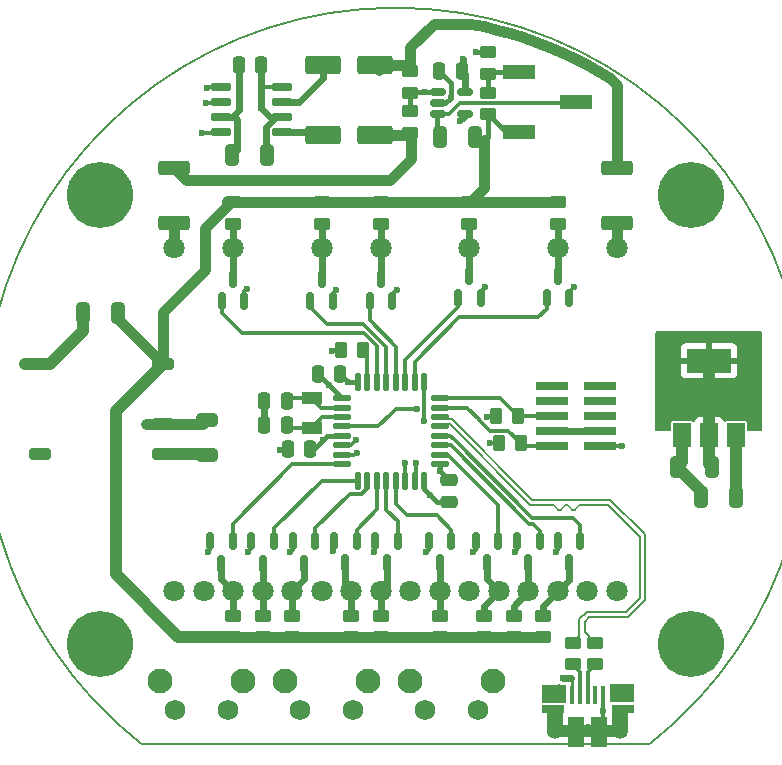
<source format=gtl>
G04 #@! TF.GenerationSoftware,KiCad,Pcbnew,7.0.7-7.0.7~ubuntu22.04.1*
G04 #@! TF.CreationDate,2023-10-29T13:36:20+01:00*
G04 #@! TF.ProjectId,vfd1,76666431-2e6b-4696-9361-645f70636258,rev?*
G04 #@! TF.SameCoordinates,Original*
G04 #@! TF.FileFunction,Copper,L1,Top*
G04 #@! TF.FilePolarity,Positive*
%FSLAX46Y46*%
G04 Gerber Fmt 4.6, Leading zero omitted, Abs format (unit mm)*
G04 Created by KiCad (PCBNEW 7.0.7-7.0.7~ubuntu22.04.1) date 2023-10-29 13:36:20*
%MOMM*%
%LPD*%
G01*
G04 APERTURE LIST*
G04 Aperture macros list*
%AMRoundRect*
0 Rectangle with rounded corners*
0 $1 Rounding radius*
0 $2 $3 $4 $5 $6 $7 $8 $9 X,Y pos of 4 corners*
0 Add a 4 corners polygon primitive as box body*
4,1,4,$2,$3,$4,$5,$6,$7,$8,$9,$2,$3,0*
0 Add four circle primitives for the rounded corners*
1,1,$1+$1,$2,$3*
1,1,$1+$1,$4,$5*
1,1,$1+$1,$6,$7*
1,1,$1+$1,$8,$9*
0 Add four rect primitives between the rounded corners*
20,1,$1+$1,$2,$3,$4,$5,0*
20,1,$1+$1,$4,$5,$6,$7,0*
20,1,$1+$1,$6,$7,$8,$9,0*
20,1,$1+$1,$8,$9,$2,$3,0*%
G04 Aperture macros list end*
G04 #@! TA.AperFunction,SMDPad,CuDef*
%ADD10RoundRect,0.250000X0.250000X0.475000X-0.250000X0.475000X-0.250000X-0.475000X0.250000X-0.475000X0*%
G04 #@! TD*
G04 #@! TA.AperFunction,SMDPad,CuDef*
%ADD11RoundRect,0.250000X-0.450000X0.262500X-0.450000X-0.262500X0.450000X-0.262500X0.450000X0.262500X0*%
G04 #@! TD*
G04 #@! TA.AperFunction,SMDPad,CuDef*
%ADD12RoundRect,0.250000X0.450000X-0.262500X0.450000X0.262500X-0.450000X0.262500X-0.450000X-0.262500X0*%
G04 #@! TD*
G04 #@! TA.AperFunction,SMDPad,CuDef*
%ADD13RoundRect,0.250000X-1.250000X-0.550000X1.250000X-0.550000X1.250000X0.550000X-1.250000X0.550000X0*%
G04 #@! TD*
G04 #@! TA.AperFunction,SMDPad,CuDef*
%ADD14R,2.760000X0.650000*%
G04 #@! TD*
G04 #@! TA.AperFunction,ComponentPad*
%ADD15C,2.100000*%
G04 #@! TD*
G04 #@! TA.AperFunction,ComponentPad*
%ADD16C,1.750000*%
G04 #@! TD*
G04 #@! TA.AperFunction,SMDPad,CuDef*
%ADD17RoundRect,0.150000X-0.150000X0.587500X-0.150000X-0.587500X0.150000X-0.587500X0.150000X0.587500X0*%
G04 #@! TD*
G04 #@! TA.AperFunction,SMDPad,CuDef*
%ADD18RoundRect,0.150000X0.150000X-0.587500X0.150000X0.587500X-0.150000X0.587500X-0.150000X-0.587500X0*%
G04 #@! TD*
G04 #@! TA.AperFunction,SMDPad,CuDef*
%ADD19R,1.800000X1.000000*%
G04 #@! TD*
G04 #@! TA.AperFunction,SMDPad,CuDef*
%ADD20RoundRect,0.250000X-0.325000X-0.650000X0.325000X-0.650000X0.325000X0.650000X-0.325000X0.650000X0*%
G04 #@! TD*
G04 #@! TA.AperFunction,ComponentPad*
%ADD21C,5.600000*%
G04 #@! TD*
G04 #@! TA.AperFunction,SMDPad,CuDef*
%ADD22RoundRect,0.250000X-0.250000X-0.475000X0.250000X-0.475000X0.250000X0.475000X-0.250000X0.475000X0*%
G04 #@! TD*
G04 #@! TA.AperFunction,SMDPad,CuDef*
%ADD23RoundRect,0.150000X-0.512500X-0.150000X0.512500X-0.150000X0.512500X0.150000X-0.512500X0.150000X0*%
G04 #@! TD*
G04 #@! TA.AperFunction,SMDPad,CuDef*
%ADD24RoundRect,0.250000X-0.675000X0.250000X-0.675000X-0.250000X0.675000X-0.250000X0.675000X0.250000X0*%
G04 #@! TD*
G04 #@! TA.AperFunction,SMDPad,CuDef*
%ADD25R,1.500000X2.000000*%
G04 #@! TD*
G04 #@! TA.AperFunction,SMDPad,CuDef*
%ADD26R,3.800000X2.000000*%
G04 #@! TD*
G04 #@! TA.AperFunction,SMDPad,CuDef*
%ADD27RoundRect,0.150000X-0.725000X-0.150000X0.725000X-0.150000X0.725000X0.150000X-0.725000X0.150000X0*%
G04 #@! TD*
G04 #@! TA.AperFunction,SMDPad,CuDef*
%ADD28RoundRect,0.250000X-1.075000X0.362500X-1.075000X-0.362500X1.075000X-0.362500X1.075000X0.362500X0*%
G04 #@! TD*
G04 #@! TA.AperFunction,SMDPad,CuDef*
%ADD29R,0.400000X1.650000*%
G04 #@! TD*
G04 #@! TA.AperFunction,SMDPad,CuDef*
%ADD30R,1.825000X0.700000*%
G04 #@! TD*
G04 #@! TA.AperFunction,SMDPad,CuDef*
%ADD31R,2.000000X1.500000*%
G04 #@! TD*
G04 #@! TA.AperFunction,SMDPad,CuDef*
%ADD32R,1.350000X2.000000*%
G04 #@! TD*
G04 #@! TA.AperFunction,ComponentPad*
%ADD33O,1.350000X1.700000*%
G04 #@! TD*
G04 #@! TA.AperFunction,ComponentPad*
%ADD34O,1.100000X1.500000*%
G04 #@! TD*
G04 #@! TA.AperFunction,SMDPad,CuDef*
%ADD35R,1.430000X2.500000*%
G04 #@! TD*
G04 #@! TA.AperFunction,SMDPad,CuDef*
%ADD36RoundRect,0.250000X0.262500X0.450000X-0.262500X0.450000X-0.262500X-0.450000X0.262500X-0.450000X0*%
G04 #@! TD*
G04 #@! TA.AperFunction,SMDPad,CuDef*
%ADD37RoundRect,0.250000X-0.475000X0.250000X-0.475000X-0.250000X0.475000X-0.250000X0.475000X0.250000X0*%
G04 #@! TD*
G04 #@! TA.AperFunction,SMDPad,CuDef*
%ADD38RoundRect,0.250000X0.650000X-0.325000X0.650000X0.325000X-0.650000X0.325000X-0.650000X-0.325000X0*%
G04 #@! TD*
G04 #@! TA.AperFunction,SMDPad,CuDef*
%ADD39RoundRect,0.250000X-0.262500X-0.450000X0.262500X-0.450000X0.262500X0.450000X-0.262500X0.450000X0*%
G04 #@! TD*
G04 #@! TA.AperFunction,SMDPad,CuDef*
%ADD40RoundRect,0.250000X0.325000X0.650000X-0.325000X0.650000X-0.325000X-0.650000X0.325000X-0.650000X0*%
G04 #@! TD*
G04 #@! TA.AperFunction,SMDPad,CuDef*
%ADD41RoundRect,0.125000X-0.625000X-0.125000X0.625000X-0.125000X0.625000X0.125000X-0.625000X0.125000X0*%
G04 #@! TD*
G04 #@! TA.AperFunction,SMDPad,CuDef*
%ADD42RoundRect,0.125000X-0.125000X-0.625000X0.125000X-0.625000X0.125000X0.625000X-0.125000X0.625000X0*%
G04 #@! TD*
G04 #@! TA.AperFunction,SMDPad,CuDef*
%ADD43R,2.790000X1.190000*%
G04 #@! TD*
G04 #@! TA.AperFunction,ComponentPad*
%ADD44C,1.800000*%
G04 #@! TD*
G04 #@! TA.AperFunction,ViaPad*
%ADD45C,0.600000*%
G04 #@! TD*
G04 #@! TA.AperFunction,Conductor*
%ADD46C,1.016000*%
G04 #@! TD*
G04 #@! TA.AperFunction,Conductor*
%ADD47C,0.406400*%
G04 #@! TD*
G04 #@! TA.AperFunction,Conductor*
%ADD48C,0.304800*%
G04 #@! TD*
G04 #@! TA.AperFunction,Conductor*
%ADD49C,0.609600*%
G04 #@! TD*
G04 #@! TA.AperFunction,Conductor*
%ADD50C,0.889000*%
G04 #@! TD*
G04 #@! TA.AperFunction,Conductor*
%ADD51C,0.250000*%
G04 #@! TD*
G04 #@! TA.AperFunction,Conductor*
%ADD52C,0.200000*%
G04 #@! TD*
G04 #@! TA.AperFunction,Profile*
%ADD53C,0.150000*%
G04 #@! TD*
G04 APERTURE END LIST*
D10*
X177625000Y-41000000D03*
X175725000Y-41000000D03*
D11*
X204000000Y-89887500D03*
X204000000Y-91712500D03*
D12*
X175250000Y-54412500D03*
X175250000Y-52587500D03*
D13*
X182825000Y-41000000D03*
X187225000Y-41000000D03*
D12*
X190225000Y-43300000D03*
X190225000Y-41475000D03*
D14*
X206312200Y-73228200D03*
X202272200Y-73228200D03*
X206312200Y-71958200D03*
X202272200Y-71958200D03*
X206312200Y-70688200D03*
X202272200Y-70688200D03*
X206312200Y-69418200D03*
X202272200Y-69418200D03*
X206312200Y-68148200D03*
X202272200Y-68148200D03*
D15*
X197250000Y-93110000D03*
X190240000Y-93110000D03*
D16*
X196000000Y-95600000D03*
X191500000Y-95600000D03*
D17*
X193700000Y-81250000D03*
X191800000Y-81250000D03*
X192750000Y-83125000D03*
X204650000Y-81250000D03*
X202750000Y-81250000D03*
X203700000Y-83125000D03*
D18*
X174300000Y-60937500D03*
X176200000Y-60937500D03*
X175250000Y-59062500D03*
D10*
X181800000Y-73500000D03*
X179900000Y-73500000D03*
D19*
X181898000Y-71696000D03*
X181898000Y-69196000D03*
D11*
X201500000Y-87587500D03*
X201500000Y-89412500D03*
D20*
X175150000Y-48600000D03*
X178100000Y-48600000D03*
D21*
X164000000Y-52000000D03*
D17*
X189200000Y-81250000D03*
X187300000Y-81250000D03*
X188250000Y-83125000D03*
D22*
X182438000Y-67144000D03*
X184338000Y-67144000D03*
D21*
X214000000Y-90000000D03*
D23*
X192587500Y-43250000D03*
X192587500Y-44200000D03*
X192587500Y-45150000D03*
X194862500Y-45150000D03*
X194862500Y-43250000D03*
D24*
X169300000Y-73910000D03*
X169300000Y-71370000D03*
X169300000Y-66290000D03*
X158900000Y-66290000D03*
X158900000Y-73910000D03*
D25*
X213246000Y-72308000D03*
X215546000Y-72308000D03*
D26*
X215546000Y-66008000D03*
D25*
X217846000Y-72308000D03*
D12*
X187750000Y-54412500D03*
X187750000Y-52587500D03*
D27*
X174237500Y-42845000D03*
X174237500Y-44115000D03*
X174237500Y-45385000D03*
X174237500Y-46655000D03*
X179387500Y-46655000D03*
X179387500Y-45385000D03*
X179387500Y-44115000D03*
X179387500Y-42845000D03*
D28*
X207750000Y-49687500D03*
X207750000Y-54312500D03*
D11*
X180250000Y-87587500D03*
X180250000Y-89412500D03*
D12*
X190225000Y-46687500D03*
X190225000Y-44862500D03*
D11*
X185250000Y-87587500D03*
X185250000Y-89412500D03*
D15*
X176050000Y-93110000D03*
X169040000Y-93110000D03*
D16*
X174800000Y-95600000D03*
X170300000Y-95600000D03*
D17*
X197700000Y-81250000D03*
X195800000Y-81250000D03*
X196750000Y-83125000D03*
X178700000Y-81312500D03*
X176800000Y-81312500D03*
X177750000Y-83187500D03*
D29*
X203965000Y-94295000D03*
X204615000Y-94295000D03*
X205265000Y-94295000D03*
X205915000Y-94295000D03*
X206565000Y-94295000D03*
D30*
X202315000Y-95495000D03*
D31*
X202415000Y-94195000D03*
D32*
X202535000Y-96245000D03*
D33*
X202535000Y-97175000D03*
D34*
X202845000Y-94175000D03*
D35*
X204305000Y-97445000D03*
X206225000Y-97445000D03*
D34*
X207685000Y-94175000D03*
D33*
X207995000Y-97175000D03*
D32*
X208015000Y-96245000D03*
D31*
X208165000Y-94175000D03*
D30*
X208265000Y-95495000D03*
D36*
X199593200Y-72974200D03*
X197768200Y-72974200D03*
D37*
X193548000Y-76100000D03*
X193548000Y-78000000D03*
D17*
X182200000Y-81312500D03*
X180300000Y-81312500D03*
X181250000Y-83187500D03*
D11*
X199000000Y-87587500D03*
X199000000Y-89412500D03*
D12*
X195250000Y-54412500D03*
X195250000Y-52587500D03*
D38*
X173000000Y-74000000D03*
X173000000Y-71050000D03*
D39*
X184396500Y-65112000D03*
X186221500Y-65112000D03*
D13*
X182825000Y-46900000D03*
X187225000Y-46900000D03*
D11*
X175250000Y-87587500D03*
X175250000Y-89412500D03*
X192750000Y-87587500D03*
X192750000Y-89412500D03*
D22*
X177900000Y-71462000D03*
X179800000Y-71462000D03*
D40*
X165500000Y-62000000D03*
X162550000Y-62000000D03*
D12*
X196800000Y-45125000D03*
X196800000Y-43300000D03*
D10*
X194600000Y-41500000D03*
X192700000Y-41500000D03*
D28*
X170250000Y-49687500D03*
X170250000Y-54312500D03*
D18*
X201800000Y-60687500D03*
X203700000Y-60687500D03*
X202750000Y-58812500D03*
D11*
X205900000Y-89887500D03*
X205900000Y-91712500D03*
X187750000Y-87587500D03*
X187750000Y-89412500D03*
D39*
X197537700Y-70688200D03*
X199362700Y-70688200D03*
D17*
X185700000Y-81250000D03*
X183800000Y-81250000D03*
X184750000Y-83125000D03*
D41*
X184436000Y-69176000D03*
X184436000Y-69976000D03*
X184436000Y-70776000D03*
X184436000Y-71576000D03*
X184436000Y-72376000D03*
X184436000Y-73176000D03*
X184436000Y-73976000D03*
X184436000Y-74776000D03*
D42*
X185811000Y-76151000D03*
X186611000Y-76151000D03*
X187411000Y-76151000D03*
X188211000Y-76151000D03*
X189011000Y-76151000D03*
X189811000Y-76151000D03*
X190611000Y-76151000D03*
X191411000Y-76151000D03*
D41*
X192786000Y-74776000D03*
X192786000Y-73976000D03*
X192786000Y-73176000D03*
X192786000Y-72376000D03*
X192786000Y-71576000D03*
X192786000Y-70776000D03*
X192786000Y-69976000D03*
X192786000Y-69176000D03*
D42*
X191411000Y-67801000D03*
X190611000Y-67801000D03*
X189811000Y-67801000D03*
X189011000Y-67801000D03*
X188211000Y-67801000D03*
X187411000Y-67801000D03*
X186611000Y-67801000D03*
X185811000Y-67801000D03*
D22*
X177900000Y-69430000D03*
X179800000Y-69430000D03*
D17*
X201200000Y-81250000D03*
X199300000Y-81250000D03*
X200250000Y-83125000D03*
D11*
X196500000Y-87587500D03*
X196500000Y-89412500D03*
D12*
X182750000Y-54412500D03*
X182750000Y-52587500D03*
D15*
X186650000Y-93110000D03*
X179640000Y-93110000D03*
D16*
X185400000Y-95600000D03*
X180900000Y-95600000D03*
D21*
X214000000Y-52000000D03*
D17*
X175200000Y-81312500D03*
X173300000Y-81312500D03*
X174250000Y-83187500D03*
D18*
X194300000Y-60687500D03*
X196200000Y-60687500D03*
X195250000Y-58812500D03*
X181800000Y-60937500D03*
X183700000Y-60937500D03*
X182750000Y-59062500D03*
D12*
X196800000Y-41712500D03*
X196800000Y-39887500D03*
D18*
X186800000Y-60937500D03*
X188700000Y-60937500D03*
X187750000Y-59062500D03*
D11*
X177750000Y-87587500D03*
X177750000Y-89412500D03*
D43*
X199485000Y-41560000D03*
X204315000Y-44100000D03*
X199485000Y-46640000D03*
D40*
X217832000Y-77540000D03*
X214882000Y-77540000D03*
X215800000Y-75000000D03*
X212850000Y-75000000D03*
D12*
X202750000Y-54412500D03*
X202750000Y-52587500D03*
D20*
X192750000Y-47100000D03*
X195700000Y-47100000D03*
D21*
X164000000Y-90000000D03*
D44*
X207750000Y-85500000D03*
X205250000Y-85500000D03*
X202750000Y-85500000D03*
X200250000Y-85500000D03*
X197750000Y-85500000D03*
X195250000Y-85500000D03*
X192750000Y-85500000D03*
X190250000Y-85500000D03*
X187750000Y-85500000D03*
X185250000Y-85500000D03*
X182750000Y-85500000D03*
X180250000Y-85500000D03*
X177750000Y-85500000D03*
X175250000Y-85500000D03*
X172750000Y-85500000D03*
X170250000Y-85500000D03*
X170250000Y-56500000D03*
X175250000Y-56500000D03*
X182750000Y-56500000D03*
X187750000Y-56500000D03*
X195250000Y-56500000D03*
X202750000Y-56500000D03*
X207750000Y-56500000D03*
D45*
X214075000Y-76225000D03*
X191900000Y-77400000D03*
X194700000Y-40499992D03*
X170600000Y-73900000D03*
X183597600Y-65146672D03*
X184995000Y-67801000D03*
X206600000Y-95700000D03*
X179200000Y-73600000D03*
X157600000Y-66300000D03*
X205300000Y-97300000D03*
X175725000Y-44428527D03*
X195800000Y-39900000D03*
X204400000Y-71958200D03*
X196717058Y-70738683D03*
X177900000Y-70500000D03*
X213246000Y-73700000D03*
X177625000Y-44600012D03*
X203900000Y-92900000D03*
X173025000Y-42900000D03*
X167899996Y-71400000D03*
X217846000Y-74000000D03*
X203200000Y-92900000D03*
X217846000Y-75900000D03*
X193696800Y-43729143D03*
X196500000Y-47340000D03*
X190800000Y-70100000D03*
X208200000Y-73200000D03*
X215500000Y-70000000D03*
X173100000Y-82200000D03*
X189100000Y-60000000D03*
X217000000Y-68000000D03*
X213000000Y-68000000D03*
X204100000Y-59800000D03*
X214000000Y-68000000D03*
X196600000Y-59800000D03*
X199100000Y-82200000D03*
X183950000Y-60000000D03*
X218000000Y-68000000D03*
X192786000Y-75338000D03*
X202600000Y-82200000D03*
X180100000Y-82200000D03*
X195600000Y-82200000D03*
X213000000Y-70000000D03*
X215500000Y-69000000D03*
X183397000Y-68103000D03*
X182838600Y-72738600D03*
X187200000Y-82200000D03*
X217000000Y-70000000D03*
X176500000Y-82200000D03*
X176400000Y-59900000D03*
X215546000Y-73600000D03*
X213000000Y-69000000D03*
X218000000Y-69000000D03*
X218000000Y-70000000D03*
X217000000Y-69000000D03*
X183700000Y-82100000D03*
X214000000Y-69000000D03*
X214000000Y-70000000D03*
X197000000Y-73000000D03*
X191600000Y-82200000D03*
X215500000Y-68000000D03*
X185688683Y-72688683D03*
X172925000Y-44200000D03*
X172652400Y-46688683D03*
X185700000Y-73800000D03*
X190700000Y-74700000D03*
X191411000Y-71100000D03*
X189788683Y-74688683D03*
X191500000Y-43250000D03*
X194500000Y-45700000D03*
D46*
X214882000Y-77540000D02*
X214882000Y-77032000D01*
D47*
X185811000Y-67801000D02*
X184995000Y-67801000D01*
D46*
X207540000Y-97360000D02*
X206440000Y-97360000D01*
D48*
X206590000Y-95710000D02*
X206590000Y-97210000D01*
D46*
X203000000Y-97300000D02*
X202940000Y-97360000D01*
X213246000Y-72308000D02*
X213246000Y-74604000D01*
X205360000Y-97360000D02*
X205300000Y-97300000D01*
D48*
X184396500Y-65112000D02*
X183632272Y-65112000D01*
D46*
X172900000Y-73900000D02*
X173000000Y-74000000D01*
D49*
X175725000Y-44800000D02*
X175725000Y-44428527D01*
D46*
X207600000Y-97300000D02*
X207540000Y-97360000D01*
X157610000Y-66290000D02*
X157600000Y-66300000D01*
D49*
X194862500Y-41762500D02*
X194600000Y-41500000D01*
D47*
X179900000Y-73500000D02*
X179300000Y-73500000D01*
D46*
X206440000Y-97360000D02*
X205360000Y-97360000D01*
D48*
X206600000Y-95700000D02*
X206590000Y-95710000D01*
D49*
X194600000Y-41500000D02*
X194700000Y-41400000D01*
D47*
X195812500Y-39887500D02*
X195800000Y-39900000D01*
D49*
X175725000Y-41000000D02*
X175725000Y-44428527D01*
D47*
X184995000Y-67801000D02*
X184338000Y-67144000D01*
D49*
X177900000Y-70500000D02*
X177900000Y-71462000D01*
D47*
X179300000Y-73500000D02*
X179200000Y-73600000D01*
D46*
X207660000Y-97360000D02*
X207600000Y-97300000D01*
X169300000Y-73910000D02*
X170590000Y-73910000D01*
D49*
X175617300Y-48132700D02*
X175150000Y-48600000D01*
D48*
X206590000Y-94510000D02*
X206590000Y-95690000D01*
D47*
X196800000Y-39887500D02*
X195812500Y-39887500D01*
D46*
X205300000Y-97300000D02*
X205240000Y-97360000D01*
D47*
X191411000Y-76151000D02*
X191411000Y-76911000D01*
D49*
X175385000Y-45385000D02*
X175617300Y-45617300D01*
D46*
X158900000Y-66290000D02*
X159710000Y-66290000D01*
D49*
X175140000Y-45385000D02*
X175385000Y-45385000D01*
X206312200Y-71958200D02*
X202272200Y-71958200D01*
X194700000Y-41400000D02*
X194700000Y-40499992D01*
D48*
X196767541Y-70688200D02*
X196717058Y-70738683D01*
D46*
X162550000Y-63450000D02*
X162550000Y-62000000D01*
X213246000Y-74604000D02*
X212850000Y-75000000D01*
X214882000Y-77032000D02*
X212850000Y-75000000D01*
X205240000Y-97360000D02*
X204140000Y-97360000D01*
D49*
X175617300Y-45617300D02*
X175617300Y-48132700D01*
D46*
X204140000Y-97360000D02*
X203060000Y-97360000D01*
D48*
X206590000Y-95690000D02*
X206600000Y-95700000D01*
X197537700Y-70688200D02*
X196767541Y-70688200D01*
D47*
X191411000Y-76911000D02*
X192500000Y-78000000D01*
D48*
X206590000Y-97210000D02*
X206440000Y-97360000D01*
D47*
X192500000Y-78000000D02*
X193548000Y-78000000D01*
D49*
X194862500Y-43250000D02*
X194862500Y-41762500D01*
X177900000Y-69430000D02*
X177900000Y-70500000D01*
X175140000Y-45385000D02*
X175725000Y-44800000D01*
X174237500Y-45385000D02*
X175140000Y-45385000D01*
D48*
X183632272Y-65112000D02*
X183597600Y-65146672D01*
D46*
X159710000Y-66290000D02*
X162550000Y-63450000D01*
X158900000Y-66290000D02*
X157610000Y-66290000D01*
X170600000Y-73900000D02*
X172900000Y-73900000D01*
X170590000Y-73910000D02*
X170600000Y-73900000D01*
X203060000Y-97360000D02*
X203000000Y-97300000D01*
D49*
X178409988Y-45385000D02*
X177625000Y-44600012D01*
D48*
X177780000Y-42845000D02*
X177625000Y-43000000D01*
X173080000Y-42845000D02*
X173025000Y-42900000D01*
D49*
X178007700Y-48507700D02*
X178100000Y-48600000D01*
D50*
X169270000Y-71400000D02*
X167899996Y-71400000D01*
D46*
X217846000Y-72308000D02*
X217846000Y-77526000D01*
D50*
X172680000Y-71370000D02*
X173000000Y-71050000D01*
D48*
X179387500Y-42845000D02*
X177780000Y-42845000D01*
D49*
X179387500Y-45385000D02*
X178856473Y-45385000D01*
X177625000Y-43000000D02*
X177625000Y-41000000D01*
X178856473Y-45385000D02*
X178007700Y-46233773D01*
X178007700Y-46233773D02*
X178007700Y-48507700D01*
D50*
X169300000Y-71370000D02*
X169270000Y-71400000D01*
D46*
X217846000Y-77526000D02*
X217832000Y-77540000D01*
D50*
X169300000Y-71370000D02*
X172680000Y-71370000D01*
D49*
X177625000Y-43000000D02*
X177625000Y-44600012D01*
X203900000Y-92900000D02*
X203200000Y-92900000D01*
D51*
X203965000Y-92965000D02*
X203900000Y-92900000D01*
D49*
X179387500Y-45385000D02*
X178409988Y-45385000D01*
D48*
X174237500Y-42845000D02*
X173080000Y-42845000D01*
D51*
X203965000Y-94295000D02*
X203965000Y-92965000D01*
D47*
X195940000Y-47340000D02*
X195700000Y-47100000D01*
D50*
X175250000Y-52587500D02*
X182750000Y-52587500D01*
X177750000Y-89412500D02*
X175250000Y-89412500D01*
X201500000Y-89412500D02*
X199000000Y-89412500D01*
D47*
X198315000Y-46640000D02*
X196800000Y-45125000D01*
D50*
X187750000Y-89412500D02*
X185250000Y-89412500D01*
D47*
X193696800Y-43729143D02*
X193696800Y-42496800D01*
D50*
X185250000Y-89412500D02*
X180250000Y-89412500D01*
X192750000Y-89412500D02*
X187750000Y-89412500D01*
X169300000Y-61900000D02*
X169300000Y-66290000D01*
D47*
X196800000Y-45125000D02*
X196800000Y-47040000D01*
D50*
X195250000Y-52587500D02*
X202750000Y-52587500D01*
D47*
X193225943Y-44200000D02*
X193696800Y-43729143D01*
D50*
X165500000Y-62000000D02*
X165500000Y-62490000D01*
X172900000Y-54784986D02*
X172900000Y-58300000D01*
X199000000Y-89412500D02*
X196500000Y-89412500D01*
X202700000Y-52537500D02*
X202750000Y-52587500D01*
D46*
X165300000Y-70290000D02*
X169300000Y-66290000D01*
X165300000Y-84100000D02*
X165300000Y-70290000D01*
D47*
X196500000Y-47340000D02*
X195940000Y-47340000D01*
D50*
X180250000Y-89412500D02*
X177750000Y-89412500D01*
D46*
X175250000Y-89412500D02*
X170612500Y-89412500D01*
D50*
X187750000Y-52587500D02*
X195250000Y-52587500D01*
D47*
X192587500Y-44200000D02*
X193225943Y-44200000D01*
D50*
X195312500Y-52587500D02*
X196500000Y-51400000D01*
X195250000Y-52587500D02*
X195312500Y-52587500D01*
X175097486Y-52587500D02*
X172900000Y-54784986D01*
X182750000Y-52587500D02*
X187750000Y-52587500D01*
D46*
X170612500Y-89412500D02*
X165300000Y-84100000D01*
D50*
X172900000Y-58300000D02*
X169300000Y-61900000D01*
X165500000Y-62490000D02*
X169300000Y-66290000D01*
D46*
X174812500Y-52587500D02*
X175250000Y-52587500D01*
D47*
X199485000Y-46640000D02*
X198315000Y-46640000D01*
D50*
X202800000Y-52537500D02*
X202750000Y-52587500D01*
D47*
X196800000Y-47040000D02*
X196500000Y-47340000D01*
D50*
X175250000Y-52587500D02*
X175097486Y-52587500D01*
X196500000Y-89412500D02*
X192750000Y-89412500D01*
D47*
X193696800Y-42496800D02*
X192700000Y-41500000D01*
D50*
X196500000Y-51400000D02*
X196500000Y-47340000D01*
D49*
X182750000Y-54412500D02*
X182750000Y-56500000D01*
X182750000Y-59062500D02*
X182750000Y-56500000D01*
X187750000Y-54412500D02*
X187750000Y-56500000D01*
X187750000Y-59062500D02*
X187750000Y-56500000D01*
X195250000Y-58812500D02*
X195250000Y-56500000D01*
X195250000Y-54412500D02*
X195250000Y-56500000D01*
X202750000Y-54412500D02*
X202750000Y-56500000D01*
X202750000Y-58812500D02*
X202750000Y-56500000D01*
X175250000Y-87587500D02*
X175250000Y-85500000D01*
X174250000Y-84500000D02*
X175250000Y-85500000D01*
X174250000Y-83187500D02*
X174250000Y-84500000D01*
X177750000Y-83187500D02*
X177750000Y-85500000D01*
X177750000Y-87587500D02*
X177750000Y-85500000D01*
X181250000Y-83187500D02*
X181250000Y-84500000D01*
X180250000Y-87587500D02*
X180250000Y-85500000D01*
X181250000Y-84500000D02*
X180250000Y-85500000D01*
X185250000Y-87587500D02*
X185250000Y-85500000D01*
X184750000Y-85000000D02*
X185250000Y-85500000D01*
X184750000Y-83125000D02*
X184750000Y-85000000D01*
X192750000Y-83125000D02*
X192750000Y-85500000D01*
X192750000Y-87587500D02*
X192750000Y-85500000D01*
X196750000Y-83125000D02*
X196750000Y-84500000D01*
X196750000Y-84500000D02*
X197750000Y-85500000D01*
X196500000Y-86750000D02*
X197750000Y-85500000D01*
X196500000Y-87587500D02*
X196500000Y-86750000D01*
X199000000Y-86750000D02*
X200250000Y-85500000D01*
X200250000Y-83125000D02*
X200250000Y-85500000D01*
X199000000Y-87587500D02*
X199000000Y-86750000D01*
D48*
X184436000Y-74776000D02*
X180224000Y-74776000D01*
X175200000Y-79800000D02*
X175200000Y-81312500D01*
X180224000Y-74776000D02*
X175200000Y-79800000D01*
X185146600Y-77253400D02*
X182200000Y-80200000D01*
X186611000Y-76776146D02*
X186133746Y-77253400D01*
X186611000Y-76151000D02*
X186611000Y-76776146D01*
X186133746Y-77253400D02*
X185146600Y-77253400D01*
X182200000Y-80200000D02*
X182200000Y-81312500D01*
X189011000Y-78111000D02*
X190000000Y-79100000D01*
X190000000Y-79100000D02*
X192500000Y-79100000D01*
X193700000Y-80300000D02*
X193700000Y-81250000D01*
X189011000Y-76151000D02*
X189011000Y-78111000D01*
X192500000Y-79100000D02*
X193700000Y-80300000D01*
X187411000Y-76151000D02*
X187411000Y-78589000D01*
X187411000Y-78589000D02*
X185700000Y-80300000D01*
X185700000Y-80300000D02*
X185700000Y-81250000D01*
X192786000Y-73976000D02*
X193411146Y-73976000D01*
X197700000Y-78264854D02*
X197700000Y-81250000D01*
X193411146Y-73976000D02*
X197700000Y-78264854D01*
X178700000Y-80200000D02*
X178700000Y-81312500D01*
X182749000Y-76151000D02*
X178700000Y-80200000D01*
X185811000Y-76151000D02*
X182749000Y-76151000D01*
X204000000Y-79300000D02*
X204650000Y-79950000D01*
X193913202Y-72671200D02*
X193913210Y-72671200D01*
X204650000Y-79950000D02*
X204650000Y-81250000D01*
X193913210Y-72671200D02*
X200542010Y-79300000D01*
X193618002Y-72376000D02*
X193913202Y-72671200D01*
X200542010Y-79300000D02*
X204000000Y-79300000D01*
X192786000Y-72376000D02*
X193618002Y-72376000D01*
D49*
X201500000Y-86750000D02*
X202750000Y-85500000D01*
X203700000Y-84550000D02*
X202750000Y-85500000D01*
X201500000Y-87587500D02*
X201500000Y-86750000D01*
X203700000Y-83125000D02*
X203700000Y-84550000D01*
D48*
X188211000Y-76151000D02*
X188211000Y-78611000D01*
X189200000Y-79600000D02*
X189200000Y-81250000D01*
X188211000Y-78611000D02*
X189200000Y-79600000D01*
D49*
X187750000Y-87587500D02*
X187750000Y-85500000D01*
X188250000Y-83125000D02*
X188250000Y-85000000D01*
X188250000Y-85000000D02*
X187750000Y-85500000D01*
D48*
X201100000Y-62300000D02*
X201800000Y-61600000D01*
X190611000Y-67801000D02*
X190611000Y-66089000D01*
X201800000Y-61600000D02*
X201800000Y-60687500D01*
X194400000Y-62300000D02*
X201100000Y-62300000D01*
X190611000Y-66089000D02*
X194400000Y-62300000D01*
X189811000Y-67801000D02*
X189811000Y-65989000D01*
X194300000Y-61500000D02*
X194300000Y-60687500D01*
X189811000Y-65989000D02*
X194300000Y-61500000D01*
X186800000Y-62600000D02*
X186800000Y-60937500D01*
X189011000Y-67801000D02*
X189011000Y-64811000D01*
X189011000Y-64811000D02*
X186800000Y-62600000D01*
X181800000Y-61500000D02*
X181800000Y-60937500D01*
X183200000Y-62900000D02*
X181800000Y-61500000D01*
X188211000Y-64823183D02*
X186287817Y-62900000D01*
X188211000Y-67801000D02*
X188211000Y-64823183D01*
X186287817Y-62900000D02*
X183200000Y-62900000D01*
X187411000Y-64737079D02*
X186373921Y-63700000D01*
X174300000Y-62000000D02*
X174300000Y-60937500D01*
X187411000Y-67801000D02*
X187411000Y-64737079D01*
X186373921Y-63700000D02*
X176000000Y-63700000D01*
X176000000Y-63700000D02*
X174300000Y-62000000D01*
D49*
X175250000Y-59062500D02*
X175250000Y-56500000D01*
X175250000Y-54412500D02*
X175250000Y-56500000D01*
D48*
X182678000Y-69976000D02*
X181898000Y-69196000D01*
X181898000Y-69196000D02*
X180034000Y-69196000D01*
X180034000Y-69196000D02*
X179800000Y-69430000D01*
X184436000Y-69976000D02*
X182678000Y-69976000D01*
X182818000Y-70776000D02*
X181898000Y-71696000D01*
X184436000Y-70776000D02*
X182818000Y-70776000D01*
X181898000Y-71696000D02*
X180034000Y-71696000D01*
X180034000Y-71696000D02*
X179800000Y-71462000D01*
X188600000Y-70500000D02*
X189000000Y-70100000D01*
X208200000Y-73200000D02*
X206340400Y-73200000D01*
X206340400Y-73200000D02*
X206312200Y-73228200D01*
X187524000Y-71576000D02*
X188600000Y-70500000D01*
X184436000Y-71576000D02*
X187524000Y-71576000D01*
X189000000Y-70100000D02*
X190800000Y-70100000D01*
X196064658Y-70976418D02*
X195064240Y-69976000D01*
X195064240Y-69976000D02*
X192786000Y-69976000D01*
X199593200Y-72974200D02*
X198540800Y-71921800D01*
X202272200Y-73228200D02*
X199847200Y-73228200D01*
X196977542Y-71921800D02*
X196064658Y-71008916D01*
X196064658Y-71008916D02*
X196064658Y-70976418D01*
X198540800Y-71921800D02*
X196977542Y-71921800D01*
X199847200Y-73228200D02*
X199593200Y-72974200D01*
X202272200Y-70688200D02*
X199362700Y-70688200D01*
X197850500Y-69176000D02*
X192786000Y-69176000D01*
X199362700Y-70688200D02*
X197850500Y-69176000D01*
X204640000Y-94510000D02*
X204640000Y-92352500D01*
X204640000Y-92352500D02*
X204000000Y-91712500D01*
X205290000Y-92322500D02*
X205900000Y-91712500D01*
X205290000Y-94510000D02*
X205290000Y-92322500D01*
X186611000Y-67801000D02*
X186611000Y-65501500D01*
X186611000Y-65501500D02*
X186221500Y-65112000D01*
X195800000Y-82000000D02*
X195600000Y-82200000D01*
X173300000Y-82000000D02*
X173100000Y-82200000D01*
X195800000Y-81250000D02*
X195800000Y-82000000D01*
D46*
X215546000Y-72308000D02*
X215546000Y-74746000D01*
D48*
X173300000Y-81312500D02*
X173300000Y-82000000D01*
D47*
X184436000Y-69142000D02*
X182438000Y-67144000D01*
D46*
X215546000Y-74746000D02*
X215800000Y-75000000D01*
D48*
X176800000Y-81900000D02*
X176500000Y-82200000D01*
D47*
X183201200Y-72376000D02*
X182077200Y-73500000D01*
D48*
X187300000Y-82100000D02*
X187200000Y-82200000D01*
X176200000Y-60100000D02*
X176400000Y-59900000D01*
D47*
X184436000Y-72376000D02*
X183201200Y-72376000D01*
D48*
X191800000Y-81250000D02*
X191800000Y-82000000D01*
X202750000Y-82050000D02*
X202600000Y-82200000D01*
X199300000Y-81250000D02*
X199300000Y-82000000D01*
X183800000Y-82000000D02*
X183700000Y-82100000D01*
X176200000Y-60937500D02*
X176200000Y-60100000D01*
D46*
X215546000Y-72308000D02*
X215546000Y-70046000D01*
X215546000Y-69046000D02*
X215500000Y-69000000D01*
D47*
X182077200Y-73500000D02*
X181800000Y-73500000D01*
D46*
X215500000Y-68000000D02*
X215546000Y-67954000D01*
D48*
X202750000Y-81250000D02*
X202750000Y-82050000D01*
X187300000Y-81250000D02*
X187300000Y-82100000D01*
X188700000Y-60937500D02*
X188700000Y-60400000D01*
X197768200Y-72974200D02*
X197025800Y-72974200D01*
X183700000Y-60250000D02*
X183950000Y-60000000D01*
X203700000Y-60687500D02*
X203700000Y-60200000D01*
D46*
X215546000Y-69954000D02*
X215546000Y-69046000D01*
D48*
X199300000Y-82000000D02*
X199100000Y-82200000D01*
X191800000Y-82000000D02*
X191600000Y-82200000D01*
D46*
X215546000Y-70046000D02*
X215500000Y-70000000D01*
X215500000Y-69000000D02*
X215546000Y-68954000D01*
D48*
X203700000Y-60200000D02*
X204100000Y-59800000D01*
D47*
X184436000Y-69176000D02*
X184436000Y-69142000D01*
D46*
X215500000Y-70000000D02*
X215546000Y-69954000D01*
D47*
X192786000Y-74776000D02*
X192786000Y-75338000D01*
X192786000Y-75338000D02*
X193548000Y-76100000D01*
D48*
X180300000Y-81312500D02*
X180300000Y-82000000D01*
X180300000Y-82000000D02*
X180100000Y-82200000D01*
D46*
X215546000Y-68954000D02*
X215546000Y-68046000D01*
X215546000Y-68046000D02*
X215500000Y-68000000D01*
D48*
X196200000Y-60200000D02*
X196600000Y-59800000D01*
X183800000Y-81250000D02*
X183800000Y-82000000D01*
X196200000Y-60687500D02*
X196200000Y-60200000D01*
D46*
X215546000Y-67954000D02*
X215546000Y-66008000D01*
D48*
X188700000Y-60400000D02*
X189100000Y-60000000D01*
X197025800Y-72974200D02*
X197000000Y-73000000D01*
X176800000Y-81312500D02*
X176800000Y-81900000D01*
X183700000Y-60937500D02*
X183700000Y-60250000D01*
D52*
X203980948Y-78605949D02*
X204200000Y-78605949D01*
X208506800Y-87275000D02*
X205206800Y-87275000D01*
X202780950Y-78605950D02*
X203000000Y-78605950D01*
X200406800Y-78225000D02*
X202400000Y-78225000D01*
X203790474Y-78415474D02*
X203790474Y-78415475D01*
X207006800Y-78225000D02*
X209675000Y-80893200D01*
X192786000Y-71576000D02*
X193286000Y-71576000D01*
X204575000Y-87906800D02*
X204575000Y-89312500D01*
X204390474Y-78415475D02*
X204390474Y-78415474D01*
X204575000Y-89312500D02*
X204000000Y-89887500D01*
X205206800Y-87275000D02*
X204575000Y-87906800D01*
X209675000Y-80893200D02*
X209675000Y-86106800D01*
X204800000Y-78225000D02*
X207006800Y-78225000D01*
X203380950Y-78225000D02*
X203600000Y-78225000D01*
X193461000Y-71401000D02*
X193582800Y-71401000D01*
X193582800Y-71401000D02*
X200406800Y-78225000D01*
X209675000Y-86106800D02*
X208506800Y-87275000D01*
X193286000Y-71576000D02*
X193461000Y-71401000D01*
X204580948Y-78225000D02*
X204800000Y-78225000D01*
X203790451Y-78415475D02*
G75*
G03*
X203980948Y-78605949I190449J-25D01*
G01*
X202590550Y-78415475D02*
G75*
G03*
X202780950Y-78605950I190450J-25D01*
G01*
X203380950Y-78224975D02*
G75*
G03*
X203190475Y-78415475I50J-190525D01*
G01*
X204580948Y-78225074D02*
G75*
G03*
X204390474Y-78415474I-48J-190426D01*
G01*
X203000000Y-78605975D02*
G75*
G03*
X203190475Y-78415475I0J190475D01*
G01*
X203790500Y-78415474D02*
G75*
G03*
X203600000Y-78225000I-190500J-26D01*
G01*
X202590500Y-78415475D02*
G75*
G03*
X202400000Y-78225000I-190500J-25D01*
G01*
X204200000Y-78605974D02*
G75*
G03*
X204390474Y-78415475I0J190474D01*
G01*
X192786000Y-70776000D02*
X193286000Y-70776000D01*
X205393200Y-87725000D02*
X205025000Y-88093200D01*
X205025000Y-88093200D02*
X205025000Y-89012500D01*
X200593200Y-77775000D02*
X207193200Y-77775000D01*
X205025000Y-89012500D02*
X205900000Y-89887500D01*
X210125000Y-80706800D02*
X210125000Y-86293200D01*
X193461000Y-70951000D02*
X193769200Y-70951000D01*
X193769200Y-70951000D02*
X200593200Y-77775000D01*
X193286000Y-70776000D02*
X193461000Y-70951000D01*
X207193200Y-77775000D02*
X210125000Y-80706800D01*
X210125000Y-86293200D02*
X208693200Y-87725000D01*
X208693200Y-87725000D02*
X205393200Y-87725000D01*
D48*
X201200000Y-80400000D02*
X201200000Y-81250000D01*
X192786000Y-73176000D02*
X193704114Y-73176000D01*
X200332915Y-79804800D02*
X200604800Y-79804800D01*
X200604800Y-79804800D02*
X201200000Y-80400000D01*
X193704114Y-73176000D02*
X200332915Y-79804800D01*
D50*
X170250000Y-54312500D02*
X170250000Y-56500000D01*
X207750000Y-54312500D02*
X207750000Y-56500000D01*
D48*
X172925000Y-44200000D02*
X174152500Y-44200000D01*
X185201366Y-73176000D02*
X185688683Y-72688683D01*
X174152500Y-44200000D02*
X174237500Y-44115000D01*
X184436000Y-73176000D02*
X185201366Y-73176000D01*
X174203817Y-46688683D02*
X172652400Y-46688683D01*
X185524000Y-73976000D02*
X185700000Y-73800000D01*
X174237500Y-46655000D02*
X174203817Y-46688683D01*
X184436000Y-73976000D02*
X185524000Y-73976000D01*
X190700000Y-74700000D02*
X190700000Y-76062000D01*
X190700000Y-76062000D02*
X190611000Y-76151000D01*
X191452400Y-67842400D02*
X191452400Y-71058600D01*
X191452400Y-71058600D02*
X191411000Y-71100000D01*
X191411000Y-67801000D02*
X191452400Y-67842400D01*
D49*
X180810000Y-44115000D02*
X182825000Y-42100000D01*
X182825000Y-42100000D02*
X182825000Y-41000000D01*
X179387500Y-44115000D02*
X180810000Y-44115000D01*
X179387500Y-46655000D02*
X182580000Y-46655000D01*
X182580000Y-46655000D02*
X182825000Y-46900000D01*
D50*
X187225000Y-46900000D02*
X190012500Y-46900000D01*
X171262500Y-50700000D02*
X170250000Y-49687500D01*
X190300000Y-48900000D02*
X188500000Y-50700000D01*
X190012500Y-46900000D02*
X190225000Y-46687500D01*
X190225000Y-46687500D02*
X190300000Y-46762500D01*
X188500000Y-50700000D02*
X171262500Y-50700000D01*
X190300000Y-46762500D02*
X190300000Y-48900000D01*
X187475000Y-46650000D02*
X187225000Y-46900000D01*
D48*
X189788683Y-76128683D02*
X189788683Y-74688683D01*
X189811000Y-76151000D02*
X189788683Y-76128683D01*
D50*
X189750000Y-41000000D02*
X190225000Y-41475000D01*
X190225000Y-41475000D02*
X190225000Y-39475000D01*
X207279279Y-42179279D02*
X207750000Y-42650000D01*
X197587129Y-37966563D02*
X198703069Y-38276962D01*
X205120114Y-40915308D02*
X206131656Y-41479615D01*
X201978796Y-39432649D02*
X203042483Y-39891233D01*
X206131656Y-41479615D02*
X207123481Y-42077929D01*
X195326829Y-37460203D02*
X196461264Y-37694201D01*
X190225000Y-39475000D02*
X192239797Y-37460203D01*
X192239797Y-37460203D02*
X195326829Y-37460203D01*
X187600000Y-41375000D02*
X187225000Y-41000000D01*
X207123481Y-42077929D02*
X207279279Y-42179279D01*
X199807835Y-38625049D02*
X200900189Y-39010435D01*
X204089979Y-40385635D02*
X205120114Y-40915308D01*
X200900189Y-39010435D02*
X201978796Y-39432649D01*
X198703069Y-38276962D02*
X199807835Y-38625049D01*
X187225000Y-41000000D02*
X189750000Y-41000000D01*
X207750000Y-42650000D02*
X207750000Y-49687500D01*
X196461264Y-37694201D02*
X197587129Y-37966563D01*
X203042483Y-39891233D02*
X204089979Y-40385635D01*
D47*
X192525000Y-45212500D02*
X192587500Y-45150000D01*
X192525000Y-47100000D02*
X192525000Y-45212500D01*
D48*
X204315000Y-44100000D02*
X204215000Y-44200000D01*
X194439499Y-44200000D02*
X193489499Y-45150000D01*
X193489499Y-45150000D02*
X192587500Y-45150000D01*
X204215000Y-44200000D02*
X194439499Y-44200000D01*
D47*
X190275000Y-43250000D02*
X190225000Y-43300000D01*
X190225000Y-44862500D02*
X190225000Y-43300000D01*
X192587500Y-43250000D02*
X190275000Y-43250000D01*
X194862500Y-45337500D02*
X194500000Y-45700000D01*
X194862500Y-45150000D02*
X194862500Y-45337500D01*
X196952500Y-41560000D02*
X196800000Y-41712500D01*
X196800000Y-43300000D02*
X196800000Y-41712500D01*
X199485000Y-41560000D02*
X196952500Y-41560000D01*
G04 #@! TA.AperFunction,Conductor*
G36*
X219943039Y-63519685D02*
G01*
X219988794Y-63572489D01*
X220000000Y-63624000D01*
X220000000Y-71876000D01*
X219980315Y-71943039D01*
X219927511Y-71988794D01*
X219876000Y-72000000D01*
X218920500Y-72000000D01*
X218853461Y-71980315D01*
X218807706Y-71927511D01*
X218796500Y-71876000D01*
X218796500Y-71288249D01*
X218796499Y-71288247D01*
X218784868Y-71229770D01*
X218784867Y-71229769D01*
X218740552Y-71163447D01*
X218674230Y-71119132D01*
X218674229Y-71119131D01*
X218615752Y-71107500D01*
X218615748Y-71107500D01*
X217076252Y-71107500D01*
X217076247Y-71107500D01*
X217017770Y-71119131D01*
X217017769Y-71119132D01*
X216941293Y-71170233D01*
X216938823Y-71166536D01*
X216898244Y-71188550D01*
X216828567Y-71183374D01*
X216772749Y-71141349D01*
X216756038Y-71110645D01*
X216739354Y-71065913D01*
X216739350Y-71065906D01*
X216653190Y-70950812D01*
X216653187Y-70950809D01*
X216538093Y-70864649D01*
X216538086Y-70864645D01*
X216403379Y-70814403D01*
X216403372Y-70814401D01*
X216343844Y-70808000D01*
X215796000Y-70808000D01*
X215796000Y-72000000D01*
X215296000Y-72000000D01*
X215296000Y-70808000D01*
X214748155Y-70808000D01*
X214688627Y-70814401D01*
X214688620Y-70814403D01*
X214553913Y-70864645D01*
X214553906Y-70864649D01*
X214438812Y-70950809D01*
X214438809Y-70950812D01*
X214352649Y-71065906D01*
X214352644Y-71065916D01*
X214335960Y-71110647D01*
X214294088Y-71166580D01*
X214228624Y-71190996D01*
X214160351Y-71176144D01*
X214151289Y-71169360D01*
X214150707Y-71170233D01*
X214074230Y-71119132D01*
X214074229Y-71119131D01*
X214015752Y-71107500D01*
X214015748Y-71107500D01*
X212476252Y-71107500D01*
X212476247Y-71107500D01*
X212417770Y-71119131D01*
X212417769Y-71119132D01*
X212351447Y-71163447D01*
X212307132Y-71229769D01*
X212307131Y-71229770D01*
X212295500Y-71288247D01*
X212295500Y-71876000D01*
X212275815Y-71943039D01*
X212223011Y-71988794D01*
X212171500Y-72000000D01*
X211124000Y-72000000D01*
X211056961Y-71980315D01*
X211011206Y-71927511D01*
X211000000Y-71876000D01*
X211000000Y-66258000D01*
X213146000Y-66258000D01*
X213146000Y-67055844D01*
X213152401Y-67115372D01*
X213152403Y-67115379D01*
X213202645Y-67250086D01*
X213202649Y-67250093D01*
X213288809Y-67365187D01*
X213288812Y-67365190D01*
X213403906Y-67451350D01*
X213403913Y-67451354D01*
X213538620Y-67501596D01*
X213538627Y-67501598D01*
X213598155Y-67507999D01*
X213598172Y-67508000D01*
X215296000Y-67508000D01*
X215296000Y-66258000D01*
X215796000Y-66258000D01*
X215796000Y-67508000D01*
X217493828Y-67508000D01*
X217493844Y-67507999D01*
X217553372Y-67501598D01*
X217553379Y-67501596D01*
X217688086Y-67451354D01*
X217688093Y-67451350D01*
X217803187Y-67365190D01*
X217803190Y-67365187D01*
X217889350Y-67250093D01*
X217889354Y-67250086D01*
X217939596Y-67115379D01*
X217939598Y-67115372D01*
X217945999Y-67055844D01*
X217946000Y-67055827D01*
X217946000Y-66258000D01*
X215796000Y-66258000D01*
X215296000Y-66258000D01*
X213146000Y-66258000D01*
X211000000Y-66258000D01*
X211000000Y-65758000D01*
X213146000Y-65758000D01*
X215296000Y-65758000D01*
X215296000Y-64508000D01*
X215796000Y-64508000D01*
X215796000Y-65758000D01*
X217946000Y-65758000D01*
X217946000Y-64960172D01*
X217945999Y-64960155D01*
X217939598Y-64900627D01*
X217939596Y-64900620D01*
X217889354Y-64765913D01*
X217889350Y-64765906D01*
X217803190Y-64650812D01*
X217803187Y-64650809D01*
X217688093Y-64564649D01*
X217688086Y-64564645D01*
X217553379Y-64514403D01*
X217553372Y-64514401D01*
X217493844Y-64508000D01*
X215796000Y-64508000D01*
X215296000Y-64508000D01*
X213598155Y-64508000D01*
X213538627Y-64514401D01*
X213538620Y-64514403D01*
X213403913Y-64564645D01*
X213403906Y-64564649D01*
X213288812Y-64650809D01*
X213288809Y-64650812D01*
X213202649Y-64765906D01*
X213202645Y-64765913D01*
X213152403Y-64900620D01*
X213152401Y-64900627D01*
X213146000Y-64960155D01*
X213146000Y-65758000D01*
X211000000Y-65758000D01*
X211000000Y-63624000D01*
X211019685Y-63556961D01*
X211072489Y-63511206D01*
X211124000Y-63500000D01*
X219876000Y-63500000D01*
X219943039Y-63519685D01*
G37*
G04 #@! TD.AperFunction*
D53*
X210502311Y-98461865D02*
G75*
G03*
X167509630Y-98471210I-21502311J27461865D01*
G01*
X210502311Y-98461866D02*
X167509629Y-98471211D01*
M02*

</source>
